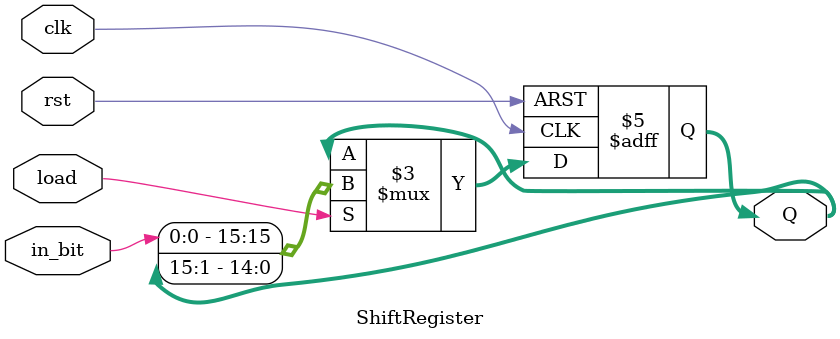
<source format=v>
`timescale 1ns / 1ps

module ShiftRegister
  # (parameter W = 16)
  (
    input wire clk, //system clock
    input wire rst, //system reset
    input wire load, //load signal
    input wire in_bit, //input signal
    output reg [W-1:0] Q //output signal
    );

  always @(posedge clk, posedge rst)
    if(rst)
      Q <= 0;
    else if(load)
      Q <= {in_bit, Q[W-1:1]};
    else
      Q <= Q;

endmodule


</source>
